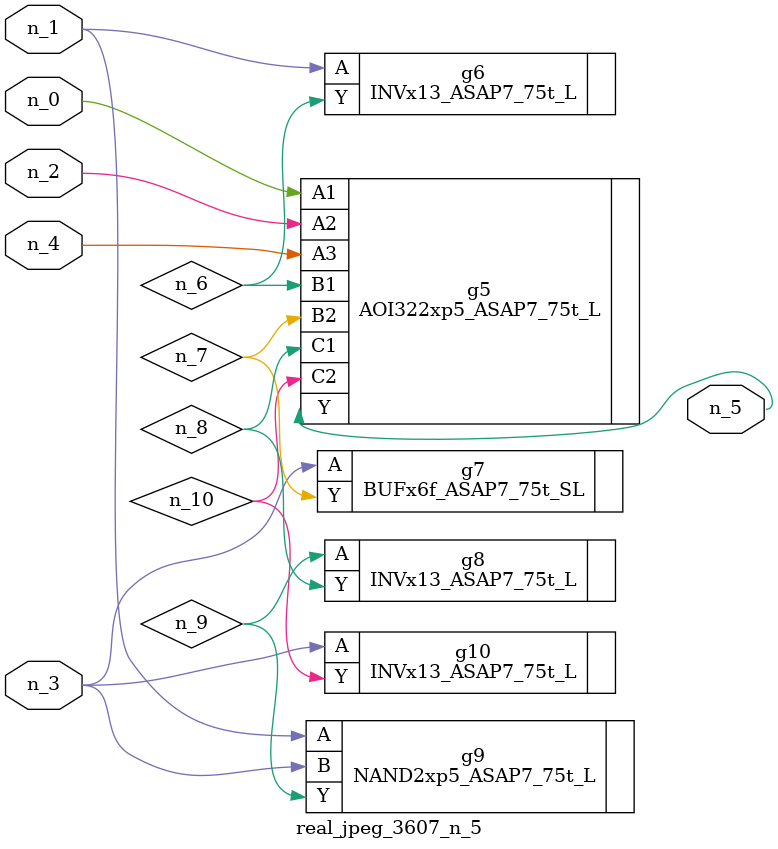
<source format=v>
module real_jpeg_3607_n_5 (n_4, n_0, n_1, n_2, n_3, n_5);

input n_4;
input n_0;
input n_1;
input n_2;
input n_3;

output n_5;

wire n_8;
wire n_6;
wire n_7;
wire n_10;
wire n_9;

AOI322xp5_ASAP7_75t_L g5 ( 
.A1(n_0),
.A2(n_2),
.A3(n_4),
.B1(n_6),
.B2(n_7),
.C1(n_8),
.C2(n_10),
.Y(n_5)
);

INVx13_ASAP7_75t_L g6 ( 
.A(n_1),
.Y(n_6)
);

NAND2xp5_ASAP7_75t_L g9 ( 
.A(n_1),
.B(n_3),
.Y(n_9)
);

BUFx6f_ASAP7_75t_SL g7 ( 
.A(n_3),
.Y(n_7)
);

INVx13_ASAP7_75t_L g10 ( 
.A(n_3),
.Y(n_10)
);

INVx13_ASAP7_75t_L g8 ( 
.A(n_9),
.Y(n_8)
);


endmodule
</source>
